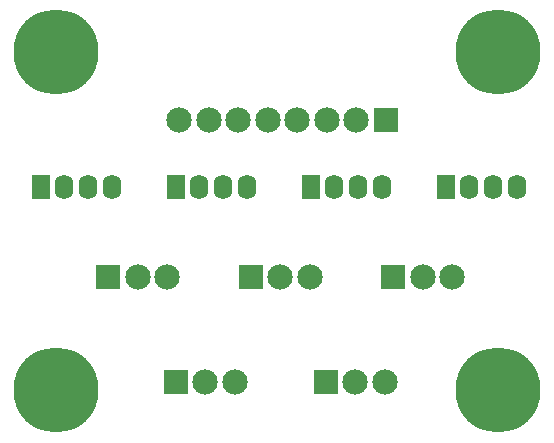
<source format=gbr>
G04 #@! TF.FileFunction,Soldermask,Bot*
%FSLAX46Y46*%
G04 Gerber Fmt 4.6, Leading zero omitted, Abs format (unit mm)*
G04 Created by KiCad (PCBNEW 4.0.3+e1-6302~38~ubuntu15.04.1-stable) date Mon Sep 12 00:13:52 2016*
%MOMM*%
%LPD*%
G01*
G04 APERTURE LIST*
%ADD10C,0.100000*%
%ADD11R,2.150000X2.150000*%
%ADD12C,2.150000*%
%ADD13R,1.600000X2.100000*%
%ADD14O,1.600000X2.100000*%
%ADD15C,7.200000*%
G04 APERTURE END LIST*
D10*
D11*
X176530000Y-75565000D03*
D12*
X174030000Y-75565000D03*
X171530000Y-75565000D03*
X169030000Y-75565000D03*
X166530000Y-75565000D03*
X164030000Y-75565000D03*
X161530000Y-75565000D03*
X159030000Y-75565000D03*
D11*
X153035000Y-88900000D03*
D12*
X155535000Y-88900000D03*
X158035000Y-88900000D03*
D11*
X165100000Y-88900000D03*
D12*
X167600000Y-88900000D03*
X170100000Y-88900000D03*
D11*
X177165000Y-88900000D03*
D12*
X179665000Y-88900000D03*
X182165000Y-88900000D03*
D11*
X158750000Y-97790000D03*
D12*
X161250000Y-97790000D03*
X163750000Y-97790000D03*
D11*
X171450000Y-97790000D03*
D12*
X173950000Y-97790000D03*
X176450000Y-97790000D03*
D13*
X147320000Y-81280000D03*
D14*
X149320000Y-81280000D03*
X151320000Y-81280000D03*
X153320000Y-81280000D03*
D13*
X158750000Y-81280000D03*
D14*
X160750000Y-81280000D03*
X162750000Y-81280000D03*
X164750000Y-81280000D03*
D13*
X170180000Y-81280000D03*
D14*
X172180000Y-81280000D03*
X174180000Y-81280000D03*
X176180000Y-81280000D03*
D13*
X181610000Y-81280000D03*
D14*
X183610000Y-81280000D03*
X185610000Y-81280000D03*
X187610000Y-81280000D03*
D15*
X148590000Y-69850000D03*
X186055000Y-69850000D03*
X148590000Y-98425000D03*
X186055000Y-98425000D03*
M02*

</source>
